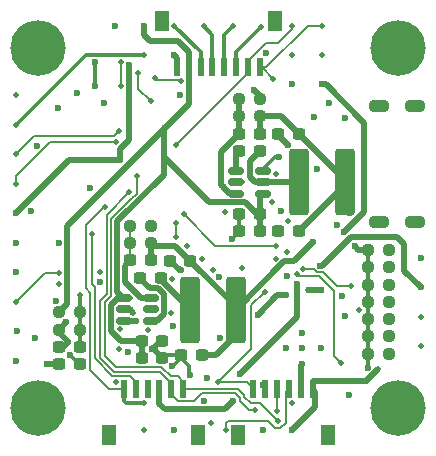
<source format=gbr>
%TF.GenerationSoftware,KiCad,Pcbnew,9.0.4*%
%TF.CreationDate,2025-11-28T22:46:11-05:00*%
%TF.ProjectId,STM32H743VIT6 FC,53544d33-3248-4373-9433-564954362046,rev?*%
%TF.SameCoordinates,Original*%
%TF.FileFunction,Copper,L4,Bot*%
%TF.FilePolarity,Positive*%
%FSLAX46Y46*%
G04 Gerber Fmt 4.6, Leading zero omitted, Abs format (unit mm)*
G04 Created by KiCad (PCBNEW 9.0.4) date 2025-11-28 22:46:11*
%MOMM*%
%LPD*%
G01*
G04 APERTURE LIST*
G04 Aperture macros list*
%AMRoundRect*
0 Rectangle with rounded corners*
0 $1 Rounding radius*
0 $2 $3 $4 $5 $6 $7 $8 $9 X,Y pos of 4 corners*
0 Add a 4 corners polygon primitive as box body*
4,1,4,$2,$3,$4,$5,$6,$7,$8,$9,$2,$3,0*
0 Add four circle primitives for the rounded corners*
1,1,$1+$1,$2,$3*
1,1,$1+$1,$4,$5*
1,1,$1+$1,$6,$7*
1,1,$1+$1,$8,$9*
0 Add four rect primitives between the rounded corners*
20,1,$1+$1,$2,$3,$4,$5,0*
20,1,$1+$1,$4,$5,$6,$7,0*
20,1,$1+$1,$6,$7,$8,$9,0*
20,1,$1+$1,$8,$9,$2,$3,0*%
G04 Aperture macros list end*
%TA.AperFunction,ComponentPad*%
%ADD10C,4.700000*%
%TD*%
%TA.AperFunction,HeatsinkPad*%
%ADD11C,0.500000*%
%TD*%
%TA.AperFunction,HeatsinkPad*%
%ADD12R,1.600000X0.500000*%
%TD*%
%TA.AperFunction,ComponentPad*%
%ADD13O,1.800000X1.100000*%
%TD*%
%TA.AperFunction,SMDPad,CuDef*%
%ADD14RoundRect,0.237500X0.250000X0.237500X-0.250000X0.237500X-0.250000X-0.237500X0.250000X-0.237500X0*%
%TD*%
%TA.AperFunction,SMDPad,CuDef*%
%ADD15RoundRect,0.237500X-0.300000X-0.237500X0.300000X-0.237500X0.300000X0.237500X-0.300000X0.237500X0*%
%TD*%
%TA.AperFunction,SMDPad,CuDef*%
%ADD16R,0.600000X1.550000*%
%TD*%
%TA.AperFunction,SMDPad,CuDef*%
%ADD17R,1.200000X1.800000*%
%TD*%
%TA.AperFunction,SMDPad,CuDef*%
%ADD18RoundRect,0.237500X0.300000X0.237500X-0.300000X0.237500X-0.300000X-0.237500X0.300000X-0.237500X0*%
%TD*%
%TA.AperFunction,SMDPad,CuDef*%
%ADD19RoundRect,0.150000X0.512500X0.150000X-0.512500X0.150000X-0.512500X-0.150000X0.512500X-0.150000X0*%
%TD*%
%TA.AperFunction,SMDPad,CuDef*%
%ADD20RoundRect,0.150000X-0.512500X-0.150000X0.512500X-0.150000X0.512500X0.150000X-0.512500X0.150000X0*%
%TD*%
%TA.AperFunction,SMDPad,CuDef*%
%ADD21RoundRect,0.250000X-0.600000X-2.550000X0.600000X-2.550000X0.600000X2.550000X-0.600000X2.550000X0*%
%TD*%
%TA.AperFunction,SMDPad,CuDef*%
%ADD22RoundRect,0.237500X-0.250000X-0.237500X0.250000X-0.237500X0.250000X0.237500X-0.250000X0.237500X0*%
%TD*%
%TA.AperFunction,ViaPad*%
%ADD23C,0.600000*%
%TD*%
%TA.AperFunction,ViaPad*%
%ADD24C,0.500000*%
%TD*%
%TA.AperFunction,Conductor*%
%ADD25C,0.300000*%
%TD*%
%TA.AperFunction,Conductor*%
%ADD26C,0.500000*%
%TD*%
%TA.AperFunction,Conductor*%
%ADD27C,0.200000*%
%TD*%
G04 APERTURE END LIST*
D10*
%TO.P,H1,*%
%TO.N,*%
X150500000Y-105000000D03*
%TD*%
D11*
%TO.P,U_3V1,7,EP*%
%TO.N,GND*%
X173374200Y-125525300D03*
D12*
X173924200Y-125525300D03*
D11*
X174474200Y-125525300D03*
%TD*%
D10*
%TO.P,H3,*%
%TO.N,*%
X150500000Y-135500000D03*
%TD*%
D13*
%TO.P,J1,SH1,SHELL_GND*%
%TO.N,GND*%
X182372000Y-119753800D03*
%TO.P,J1,SH2,SHELL_GND*%
X182372000Y-109963800D03*
%TO.P,J1,SH3,SHELL_GND*%
X179372000Y-119753800D03*
%TO.P,J1,SH4,SHELL_GND*%
X179372000Y-109963800D03*
%TD*%
D10*
%TO.P,,*%
%TO.N,*%
X181000000Y-135500000D03*
%TD*%
%TO.P,H2,*%
%TO.N,*%
X181000000Y-105000000D03*
%TD*%
%TO.P,H4,*%
%TO.N,*%
X181000000Y-135500000D03*
%TD*%
D14*
%TO.P,ADC_R2,1*%
%TO.N,ADC_VBAT*%
X154075000Y-128869600D03*
%TO.P,ADC_R2,2*%
%TO.N,GND*%
X152250000Y-128869600D03*
%TD*%
D15*
%TO.P,5V_C8,1*%
%TO.N,BAT*%
X159284500Y-129794000D03*
%TO.P,5V_C8,2*%
%TO.N,GND*%
X161009500Y-129794000D03*
%TD*%
D16*
%TO.P,VTX_J1,1,Pin_1*%
%TO.N,9V_REG*%
X173730000Y-133865000D03*
%TO.P,VTX_J1,2,Pin_2*%
%TO.N,GND*%
X172730000Y-133865000D03*
%TO.P,VTX_J1,3,Pin_3*%
%TO.N,UART3_TX*%
X171730000Y-133865000D03*
%TO.P,VTX_J1,4,Pin_4*%
%TO.N,UART3_RX*%
X170730000Y-133865000D03*
%TO.P,VTX_J1,5,Pin_5*%
%TO.N,GND*%
X169730000Y-133865000D03*
%TO.P,VTX_J1,6,Pin_6*%
%TO.N,UART5_RX*%
X168730000Y-133865000D03*
D17*
%TO.P,VTX_J1,7*%
%TO.N,N/C*%
X175030000Y-137740000D03*
%TO.P,VTX_J1,8*%
X167430000Y-137740000D03*
%TD*%
D18*
%TO.P,9V_C11,1*%
%TO.N,9V_REG*%
X172569150Y-120528900D03*
%TO.P,9V_C11,2*%
%TO.N,GND*%
X170844150Y-120528900D03*
%TD*%
D19*
%TO.P,U3,1,GND*%
%TO.N,GND*%
X169534150Y-115448900D03*
%TO.P,U3,2,SW*%
%TO.N,Net-(U3-SW)*%
X169534150Y-116398900D03*
%TO.P,U3,3,VIN*%
%TO.N,BAT*%
X169534150Y-117348900D03*
%TO.P,U3,4,FB*%
%TO.N,Net-(U3-FB)*%
X167259150Y-117348900D03*
%TO.P,U3,5,EN*%
%TO.N,unconnected-(U3-EN-Pad5)*%
X167259150Y-116398900D03*
%TO.P,U3,6,BOOT*%
%TO.N,Net-(U3-BOOT)*%
X167259150Y-115448900D03*
%TD*%
D18*
%TO.P,9V_C8,1*%
%TO.N,BAT*%
X169259150Y-119065700D03*
%TO.P,9V_C8,2*%
%TO.N,GND*%
X167534150Y-119065700D03*
%TD*%
D14*
%TO.P,USB_R0,1*%
%TO.N,Net-(USB_D1-K)*%
X180236500Y-123585200D03*
%TO.P,USB_R0,2*%
%TO.N,GND*%
X178411500Y-123585200D03*
%TD*%
%TO.P,9V_R0,1*%
%TO.N,Net-(9V_D1-K)*%
X180236500Y-126505200D03*
%TO.P,9V_R0,2*%
%TO.N,GND*%
X178411500Y-126505200D03*
%TD*%
D20*
%TO.P,U1,1,GND*%
%TO.N,GND*%
X157775000Y-128100000D03*
%TO.P,U1,2,SW*%
%TO.N,Net-(U1-SW)*%
X157775000Y-127150000D03*
%TO.P,U1,3,VIN*%
%TO.N,BAT*%
X157775000Y-126200000D03*
%TO.P,U1,4,FB*%
%TO.N,Net-(U1-FB)*%
X160050000Y-126200000D03*
%TO.P,U1,5,EN*%
%TO.N,unconnected-(U1-EN-Pad5)*%
X160050000Y-127150000D03*
%TO.P,U1,6,BOOT*%
%TO.N,Net-(U1-BOOT)*%
X160050000Y-128100000D03*
%TD*%
D18*
%TO.P,5V_C12,1*%
%TO.N,5V_REG*%
X160037500Y-123001800D03*
%TO.P,5V_C12,2*%
%TO.N,Net-(U1-FB)*%
X158312500Y-123001800D03*
%TD*%
D15*
%TO.P,5V_C7,1*%
%TO.N,BAT*%
X159284500Y-131267200D03*
%TO.P,5V_C7,2*%
%TO.N,GND*%
X161009500Y-131267200D03*
%TD*%
D18*
%TO.P,5V_C10,1*%
%TO.N,5V_REG*%
X163381350Y-123009800D03*
%TO.P,5V_C10,2*%
%TO.N,GND*%
X161656350Y-123009800D03*
%TD*%
%TO.P,9V_C7,1*%
%TO.N,BAT*%
X169259150Y-120538900D03*
%TO.P,9V_C7,2*%
%TO.N,GND*%
X167534150Y-120538900D03*
%TD*%
D15*
%TO.P,5V_C9,1*%
%TO.N,Net-(U1-BOOT)*%
X159162500Y-124475000D03*
%TO.P,5V_C9,2*%
%TO.N,Net-(U1-SW)*%
X160887500Y-124475000D03*
%TD*%
D18*
%TO.P,ADC_C1,1*%
%TO.N,ADC_VBAT*%
X154025000Y-130342800D03*
%TO.P,ADC_C1,2*%
%TO.N,GND*%
X152300000Y-130342800D03*
%TD*%
D14*
%TO.P,3.3V_R2,1*%
%TO.N,Net-(MCU_D2-K)*%
X180236500Y-129425200D03*
%TO.P,3.3V_R2,2*%
%TO.N,GND*%
X178411500Y-129425200D03*
%TD*%
%TO.P,5V_R7,1*%
%TO.N,5V_REG*%
X160087500Y-121528600D03*
%TO.P,5V_R7,2*%
%TO.N,Net-(U1-FB)*%
X158262500Y-121528600D03*
%TD*%
D21*
%TO.P,5V_L1,1,1*%
%TO.N,Net-(U1-SW)*%
X163327300Y-127161200D03*
%TO.P,5V_L1,2,2*%
%TO.N,5V_REG*%
X167227300Y-127161200D03*
%TD*%
D18*
%TO.P,9V_C12,1*%
%TO.N,9V_REG*%
X169269150Y-112255700D03*
%TO.P,9V_C12,2*%
%TO.N,Net-(U3-FB)*%
X167544150Y-112255700D03*
%TD*%
D15*
%TO.P,9V_C9,1*%
%TO.N,Net-(U3-BOOT)*%
X167544150Y-113728900D03*
%TO.P,9V_C9,2*%
%TO.N,Net-(U3-SW)*%
X169269150Y-113728900D03*
%TD*%
D22*
%TO.P,5V_R8,1*%
%TO.N,Net-(U1-FB)*%
X158262500Y-120055400D03*
%TO.P,5V_R8,2*%
%TO.N,GND*%
X160087500Y-120055400D03*
%TD*%
D14*
%TO.P,9V_R7,1*%
%TO.N,9V_REG*%
X169319150Y-110782500D03*
%TO.P,9V_R7,2*%
%TO.N,Net-(U3-FB)*%
X167494150Y-110782500D03*
%TD*%
%TO.P,3.3V_R1,1*%
%TO.N,Net-(MCU_D1-K)*%
X180236500Y-130885200D03*
%TO.P,3.3V_R1,2*%
%TO.N,GND*%
X178411500Y-130885200D03*
%TD*%
%TO.P,3.3V_R3,1*%
%TO.N,Net-(MCU_D3-K)*%
X180236500Y-127965200D03*
%TO.P,3.3V_R3,2*%
%TO.N,GND*%
X178411500Y-127965200D03*
%TD*%
D22*
%TO.P,9V_R8,1*%
%TO.N,Net-(U3-FB)*%
X167494150Y-109309300D03*
%TO.P,9V_R8,2*%
%TO.N,GND*%
X169319150Y-109309300D03*
%TD*%
D14*
%TO.P,3V3_R0,1*%
%TO.N,Net-(3V3_D1-K)*%
X180236500Y-122125200D03*
%TO.P,3V3_R0,2*%
%TO.N,GND*%
X178411500Y-122125200D03*
%TD*%
D18*
%TO.P,MCU_C2,1*%
%TO.N,3.3V*%
X154025000Y-131800000D03*
%TO.P,MCU_C2,2*%
%TO.N,GND*%
X152300000Y-131800000D03*
%TD*%
%TO.P,5V_C11,1*%
%TO.N,5V_REG*%
X164337500Y-130975000D03*
%TO.P,5V_C11,2*%
%TO.N,GND*%
X162612500Y-130975000D03*
%TD*%
D22*
%TO.P,ADC_R1,1*%
%TO.N,BAT*%
X152250000Y-127396400D03*
%TO.P,ADC_R1,2*%
%TO.N,ADC_VBAT*%
X154075000Y-127396400D03*
%TD*%
D18*
%TO.P,9V_C10,1*%
%TO.N,9V_REG*%
X172569150Y-112258900D03*
%TO.P,9V_C10,2*%
%TO.N,GND*%
X170844150Y-112258900D03*
%TD*%
D14*
%TO.P,5V_R0,1*%
%TO.N,Net-(5V_D1-K)*%
X180236500Y-125045200D03*
%TO.P,5V_R0,2*%
%TO.N,GND*%
X178411500Y-125045200D03*
%TD*%
D16*
%TO.P,ESC_J1,1,Pin_1*%
%TO.N,GND*%
X162250000Y-106631200D03*
%TO.P,ESC_J1,2,Pin_2*%
%TO.N,BAT*%
X163250000Y-106631200D03*
%TO.P,ESC_J1,3,Pin_3*%
%TO.N,MOTOR1*%
X164250000Y-106631200D03*
%TO.P,ESC_J1,4,Pin_4*%
%TO.N,MOTOR2*%
X165250000Y-106631200D03*
%TO.P,ESC_J1,5,Pin_5*%
%TO.N,MOTOR3*%
X166250000Y-106631200D03*
%TO.P,ESC_J1,6,Pin_6*%
%TO.N,MOTOR4*%
X167250000Y-106631200D03*
%TO.P,ESC_J1,7,Pin_7*%
%TO.N,ADC_CURR*%
X168250000Y-106631200D03*
%TO.P,ESC_J1,8,Pin_8*%
%TO.N,UART7_RX*%
X169250000Y-106631200D03*
D17*
%TO.P,ESC_J1,9*%
%TO.N,N/C*%
X160950000Y-102755200D03*
%TO.P,ESC_J1,10*%
X170550000Y-102755200D03*
%TD*%
D16*
%TO.P,GPS_J1,1,Pin_1*%
%TO.N,I2C1_SDA*%
X162770000Y-133865000D03*
%TO.P,GPS_J1,2,Pin_2*%
%TO.N,I2C1_SCL*%
X161770000Y-133865000D03*
%TO.P,GPS_J1,3,Pin_3*%
%TO.N,5V*%
X160770000Y-133865000D03*
%TO.P,GPS_J1,4,Pin_4*%
%TO.N,GND*%
X159770000Y-133865000D03*
%TO.P,GPS_J1,5,Pin_5*%
%TO.N,UART8_TX*%
X158770000Y-133865000D03*
%TO.P,GPS_J1,6,Pin_6*%
%TO.N,UART8_RX*%
X157770000Y-133865000D03*
D17*
%TO.P,GPS_J1,7*%
%TO.N,N/C*%
X164070000Y-137740000D03*
%TO.P,GPS_J1,8*%
X156470000Y-137740000D03*
%TD*%
D21*
%TO.P,9V_L1,1,1*%
%TO.N,Net-(U3-SW)*%
X172546650Y-116398900D03*
%TO.P,9V_L1,2,2*%
%TO.N,9V_REG*%
X176446650Y-116398900D03*
%TD*%
D23*
%TO.N,GND*%
X150400000Y-113300000D03*
D24*
%TO.N,UART3_TX*%
X170599199Y-122867419D03*
X166369998Y-137380000D03*
%TO.N,UART5_RX*%
X165750000Y-133300000D03*
X159500000Y-137380000D03*
X169710000Y-125650000D03*
%TO.N,UART3_RX*%
X171589109Y-122270891D03*
X170730000Y-135750421D03*
X165119111Y-136740498D03*
%TO.N,GYRO_CLKIN*%
X161783500Y-127485000D03*
X166319200Y-118922800D03*
%TO.N,GYRO_INT1*%
X157059998Y-133282000D03*
X167800000Y-123661795D03*
%TO.N,GYRO_CS*%
X152286000Y-124970000D03*
X157460000Y-128810000D03*
%TO.N,GYRO_SCK*%
X155751000Y-124020000D03*
X157363687Y-130488928D03*
%TO.N,SPI2_NSS*%
X162830000Y-119065800D03*
X176150000Y-131680000D03*
X170636566Y-121750000D03*
X172385897Y-124145016D03*
%TO.N,Net-(USB_D1-K)*%
X180214200Y-123585200D03*
%TO.N,UART2_TX*%
X174500000Y-105620000D03*
%TO.N,UART2_RX*%
X158963053Y-107100000D03*
X160040000Y-109530000D03*
X172000000Y-105620000D03*
%TO.N,UART1_RX*%
X170653905Y-115663856D03*
X182880000Y-127770000D03*
%TO.N,UART1_TX*%
X182880000Y-130270000D03*
X170270359Y-118085701D03*
%TO.N,LED_STRIP*%
X148620000Y-126520000D03*
X152240000Y-124099999D03*
%TO.N,BEEPER*%
X162572506Y-107815583D03*
X148620000Y-109020000D03*
X160403990Y-107598252D03*
%TO.N,LED2*%
X171625000Y-119700000D03*
X177685288Y-127187946D03*
%TO.N,LED1*%
X177000000Y-125175000D03*
X172962748Y-123731076D03*
%TO.N,UART8_TX*%
X158779001Y-133636903D03*
X155040444Y-120729474D03*
%TO.N,UART8_RX*%
X156200000Y-118500000D03*
X159500000Y-135100000D03*
%TO.N,MOTOR2*%
X163121000Y-121793000D03*
X164500000Y-103124000D03*
%TO.N,MOTOR1*%
X162010002Y-103124000D03*
X161835000Y-124567497D03*
%TO.N,UART7_RX*%
X170400000Y-107602000D03*
X174500000Y-103124000D03*
X159840000Y-128860000D03*
%TO.N,ADC_CURR*%
X162153600Y-113202600D03*
X162153600Y-119837200D03*
X162164625Y-121016625D03*
X172000000Y-103124000D03*
%TO.N,MOTOR4*%
X165275625Y-123825625D03*
X169362000Y-103262000D03*
%TO.N,MOTOR3*%
X164388800Y-122859800D03*
X167000000Y-103124000D03*
%TO.N,I2C1_SCL*%
X168826260Y-135690000D03*
X158231394Y-117231394D03*
%TO.N,I2C1_SDA*%
X172009769Y-135100002D03*
X158851000Y-115850000D03*
X170768208Y-136621011D03*
%TO.N,CAM*%
X148620000Y-111520000D03*
X159500000Y-105620000D03*
%TO.N,UART4_TX*%
X148620000Y-114020000D03*
X157325000Y-112014746D03*
%TO.N,UART4_RX*%
X157081282Y-112977937D03*
X148620000Y-116520000D03*
%TO.N,ADC_VBAT*%
X154075306Y-125940225D03*
%TO.N,Net-(9V_D1-K)*%
X180214200Y-126505200D03*
D23*
%TO.N,9V_REG*%
X172000000Y-137380000D03*
D24*
%TO.N,Net-(5V_D1-K)*%
X180214200Y-125045200D03*
D23*
%TO.N,5V_REG*%
X148685000Y-128955000D03*
X160087500Y-121528600D03*
X148620000Y-119020000D03*
X173775000Y-121425000D03*
X158216600Y-106490000D03*
X157400000Y-114500000D03*
D24*
%TO.N,Net-(U1-SW)*%
X158563754Y-127461292D03*
X160887500Y-124475000D03*
D23*
%TO.N,BAT*%
X159500000Y-103124000D03*
D24*
%TO.N,Net-(3V3_D1-K)*%
X180214200Y-122125200D03*
D23*
%TO.N,3.3V*%
X171450000Y-125962500D03*
X176377207Y-120622793D03*
X153162501Y-130993927D03*
X174508800Y-108102400D03*
X169075000Y-127600000D03*
X148620000Y-131520000D03*
%TO.N,5V*%
X182880000Y-125270000D03*
X167000000Y-134876800D03*
X172450000Y-124960000D03*
X167600000Y-132650000D03*
X174381813Y-123435560D03*
D24*
%TO.N,Net-(MCU_D3-K)*%
X180214200Y-127965200D03*
%TO.N,Net-(MCU_D2-K)*%
X180214200Y-129425200D03*
%TO.N,Net-(MCU_D1-K)*%
X180214200Y-130885200D03*
D23*
%TO.N,GND*%
X160172400Y-130530600D03*
X170844150Y-120528900D03*
X150270000Y-129530000D03*
X162000000Y-105620000D03*
X176816000Y-134366000D03*
X161837755Y-131947902D03*
X155750000Y-124850000D03*
X162000000Y-137380000D03*
X172855800Y-130378200D03*
X164500000Y-134876800D03*
X175120000Y-109650000D03*
X174410000Y-130378200D03*
X177300000Y-121800000D03*
X162560000Y-123825000D03*
X171625000Y-113200000D03*
X164780000Y-132950000D03*
X176250000Y-126000000D03*
X158102500Y-130782660D03*
X154900000Y-116900000D03*
X173830000Y-110850000D03*
X171460000Y-130378200D03*
X175768000Y-120015000D03*
X152041230Y-126461400D03*
X176450506Y-127683808D03*
X151290000Y-131810000D03*
X172855800Y-131770000D03*
X152235000Y-121485000D03*
X169500000Y-137380000D03*
X159800000Y-133600000D03*
X152200000Y-110061130D03*
X153061862Y-129876573D03*
X152896372Y-128207929D03*
X165917300Y-129576601D03*
X161925600Y-128540000D03*
X178409600Y-132080000D03*
X169754169Y-105443991D03*
X158822688Y-128122395D03*
X160087500Y-120055400D03*
X157000000Y-103124000D03*
X176500000Y-110940000D03*
X168760000Y-108530000D03*
X170927107Y-114252107D03*
X166879200Y-121175000D03*
X149890000Y-118850000D03*
X163370666Y-132741860D03*
X171080000Y-118820000D03*
X153820000Y-108835000D03*
X172855800Y-129130000D03*
X171577000Y-124283300D03*
X169500000Y-133550000D03*
X148620000Y-124020000D03*
X148620000Y-121520000D03*
X172008800Y-108102400D03*
X182880000Y-122770000D03*
X162540000Y-108960000D03*
X165800000Y-124400000D03*
%TO.N,3.3V*%
X155330000Y-106240000D03*
X155330000Y-108220000D03*
D24*
%TO.N,BOOT0*%
X157480000Y-106240000D03*
X157480000Y-108200000D03*
D23*
%TO.N,GND*%
X174130000Y-115270000D03*
X156115001Y-109684149D03*
%TO.N,9V_REG*%
X178260000Y-133240000D03*
X176904571Y-118995429D03*
%TD*%
D25*
%TO.N,GND*%
X159770000Y-133696800D02*
X159770000Y-133865000D01*
X159800000Y-133600000D02*
X159800000Y-133666800D01*
X159800000Y-133666800D02*
X159770000Y-133696800D01*
%TO.N,MOTOR4*%
X169362000Y-103262000D02*
X167250000Y-105374000D01*
X167250000Y-105374000D02*
X167250000Y-106631200D01*
%TO.N,GND*%
X178386300Y-122100000D02*
X178411500Y-122125200D01*
D26*
X177300000Y-121800000D02*
X177600000Y-122100000D01*
X177600000Y-122100000D02*
X178386300Y-122100000D01*
%TO.N,5V*%
X174381813Y-123435560D02*
X174564440Y-123435560D01*
X174564440Y-123435560D02*
X176666207Y-121333793D01*
X176671713Y-121333793D02*
X177005506Y-121000000D01*
X176666207Y-121333793D02*
X176671713Y-121333793D01*
X177005506Y-121000000D02*
X180910000Y-121000000D01*
X180910000Y-121000000D02*
X181500000Y-121590000D01*
X181500000Y-121590000D02*
X181500000Y-123890000D01*
X181500000Y-123890000D02*
X182880000Y-125270000D01*
%TO.N,3.3V*%
X178108000Y-111364294D02*
X174846106Y-108102400D01*
X176377207Y-120622793D02*
X178108000Y-118892000D01*
X178108000Y-118892000D02*
X178108000Y-111364294D01*
X174846106Y-108102400D02*
X174508800Y-108102400D01*
D27*
%TO.N,UART8_RX*%
X156200000Y-118500000D02*
X156045000Y-118500000D01*
X154525000Y-120020000D02*
X154525000Y-125375000D01*
X154525000Y-125375000D02*
X154873500Y-125723500D01*
X156502224Y-133900000D02*
X157735000Y-133900000D01*
X154873500Y-132271276D02*
X156502224Y-133900000D01*
X156045000Y-118500000D02*
X154525000Y-120020000D01*
X157735000Y-133900000D02*
X157770000Y-133865000D01*
X154873500Y-125723500D02*
X154873500Y-132271276D01*
%TO.N,UART4_RX*%
X157081282Y-112977937D02*
X157049219Y-113010000D01*
X157049219Y-113010000D02*
X151490000Y-113010000D01*
X151490000Y-113010000D02*
X148620000Y-115880000D01*
X148620000Y-115880000D02*
X148620000Y-116520000D01*
%TO.N,UART4_TX*%
X156889746Y-112450000D02*
X150190000Y-112450000D01*
X157325000Y-112014746D02*
X156889746Y-112450000D01*
X150190000Y-112450000D02*
X148620000Y-114020000D01*
D26*
%TO.N,BAT*%
X152250000Y-127396400D02*
X152946000Y-126700400D01*
X152946000Y-126700400D02*
X152946000Y-120054000D01*
X161477500Y-111522500D02*
X161477500Y-111502500D01*
X152946000Y-120054000D02*
X161477500Y-111522500D01*
%TO.N,5V_REG*%
X157400000Y-114500000D02*
X153140000Y-114500000D01*
X153140000Y-114500000D02*
X148620000Y-119020000D01*
X157400000Y-113592600D02*
X158190000Y-112802600D01*
X157400000Y-114500000D02*
X157400000Y-113592600D01*
X158190000Y-112802600D02*
X158190000Y-106516600D01*
X158190000Y-106516600D02*
X158216600Y-106490000D01*
%TO.N,Net-(U3-SW)*%
X169267700Y-113730100D02*
X168400000Y-114597800D01*
X168880201Y-116397100D02*
X169542700Y-116397100D01*
X168400000Y-114597800D02*
X168400000Y-115916899D01*
X168400000Y-115916899D02*
X168880201Y-116397100D01*
%TO.N,Net-(U3-FB)*%
X167259150Y-117348900D02*
X166749120Y-117348900D01*
X166749120Y-117348900D02*
X166189025Y-116788805D01*
X166194200Y-116783630D02*
X166000000Y-116589430D01*
X167492700Y-112206900D02*
X167492700Y-109310500D01*
X166000000Y-116589430D02*
X166000000Y-113799600D01*
X166000000Y-113799600D02*
X167542700Y-112256900D01*
X167542700Y-112256900D02*
X167492700Y-112206900D01*
%TO.N,GND*%
X172730000Y-133865000D02*
X172730000Y-131895800D01*
X172730000Y-131895800D02*
X172855800Y-131770000D01*
%TO.N,5V*%
X172450000Y-124960000D02*
X172430000Y-124980000D01*
X172430000Y-127820000D02*
X167600000Y-132650000D01*
X172430000Y-124980000D02*
X172430000Y-127820000D01*
D27*
%TO.N,SPI2_NSS*%
X175782400Y-131312400D02*
X175780000Y-131312400D01*
X175525000Y-125603626D02*
X174278934Y-124357560D01*
X176150000Y-131680000D02*
X175782400Y-131312400D01*
X175780000Y-131312400D02*
X175525000Y-131057400D01*
X173945648Y-124303300D02*
X172544181Y-124303300D01*
X175525000Y-131057400D02*
X175525000Y-125603626D01*
X174278934Y-124357560D02*
X173999907Y-124357560D01*
X173999907Y-124357560D02*
X173945648Y-124303300D01*
X172544181Y-124303300D02*
X172385897Y-124145016D01*
%TO.N,LED1*%
X177000000Y-125175000D02*
X175800000Y-125175000D01*
X175800000Y-125175000D02*
X174617873Y-123992873D01*
X174617873Y-123992873D02*
X174614187Y-123996560D01*
X174614187Y-123996560D02*
X174149439Y-123996560D01*
X174149439Y-123996560D02*
X173883955Y-123731076D01*
X173883955Y-123731076D02*
X172962748Y-123731076D01*
D25*
%TO.N,GND*%
X169500000Y-133550000D02*
X169500000Y-133697620D01*
X169500000Y-133697620D02*
X169667380Y-133865000D01*
X169667380Y-133865000D02*
X169730000Y-133865000D01*
D26*
%TO.N,5V_REG*%
X173775000Y-121425000D02*
X173775000Y-121465000D01*
X173775000Y-121465000D02*
X172190000Y-123050000D01*
X172190000Y-123050000D02*
X171350000Y-123050000D01*
X171350000Y-123050000D02*
X167238800Y-127161200D01*
X167238800Y-127161200D02*
X167227300Y-127161200D01*
D27*
%TO.N,BOOT0*%
X157480000Y-106240000D02*
X157480000Y-108200000D01*
D25*
%TO.N,3.3V*%
X155330000Y-108220000D02*
X155330000Y-106240000D01*
%TO.N,GND*%
X163370666Y-132741860D02*
X163285402Y-132656596D01*
D26*
X162471550Y-123825000D02*
X161656350Y-123009800D01*
D25*
X178411500Y-132078100D02*
X178409600Y-132080000D01*
D26*
X169319150Y-109309300D02*
X169319150Y-109089150D01*
D25*
X167316350Y-120737850D02*
X167335200Y-120737850D01*
D26*
X162250000Y-105870000D02*
X162000000Y-105620000D01*
D25*
X163285402Y-132656596D02*
X163285402Y-131947902D01*
X167534150Y-120538900D02*
X167534150Y-119065700D01*
X178411500Y-122125200D02*
X178411500Y-123585200D01*
D26*
X160272900Y-130530600D02*
X161009500Y-131267200D01*
X169319150Y-109089150D02*
X168760000Y-108530000D01*
X161009500Y-129794000D02*
X160909000Y-129794000D01*
D25*
X178411500Y-125045200D02*
X178411500Y-126505200D01*
D26*
X151300000Y-131800000D02*
X151290000Y-131810000D01*
D25*
X161301700Y-130975000D02*
X161009500Y-131267200D01*
D26*
X152300000Y-131800000D02*
X151300000Y-131800000D01*
X152250000Y-128869600D02*
X152250000Y-128854301D01*
D25*
X178411500Y-126505200D02*
X178411500Y-127965200D01*
D26*
X152595635Y-130342800D02*
X153061862Y-129876573D01*
D25*
X161837755Y-131947902D02*
X161939598Y-131947902D01*
X162612500Y-131275000D02*
X162612500Y-130975000D01*
X170572893Y-114252107D02*
X169534150Y-115290850D01*
D26*
X157797395Y-128122395D02*
X158822688Y-128122395D01*
X170844150Y-112258900D02*
X170844150Y-112419150D01*
D25*
X167335200Y-120737850D02*
X167534150Y-120538900D01*
D26*
X152300000Y-130342800D02*
X152595635Y-130342800D01*
X152250000Y-129064711D02*
X153061862Y-129876573D01*
D25*
X178411500Y-129425200D02*
X178411500Y-130885200D01*
X162612500Y-130975000D02*
X161301700Y-130975000D01*
X169534150Y-115290850D02*
X169534150Y-115448900D01*
X170927107Y-114252107D02*
X170572893Y-114252107D01*
X178411500Y-127965200D02*
X178411500Y-129425200D01*
X163285402Y-131947902D02*
X162612500Y-131275000D01*
D26*
X162250000Y-106631200D02*
X162250000Y-105870000D01*
X152250000Y-128854301D02*
X152896372Y-128207929D01*
D25*
X161939598Y-131947902D02*
X162612500Y-131275000D01*
D26*
X160909000Y-129794000D02*
X160172400Y-130530600D01*
D25*
X178411500Y-123585200D02*
X178411500Y-125045200D01*
D26*
X170844150Y-112419150D02*
X171625000Y-113200000D01*
X160172400Y-130530600D02*
X160272900Y-130530600D01*
X152250000Y-128869600D02*
X152250000Y-129064711D01*
D25*
X178411500Y-130885200D02*
X178411500Y-132078100D01*
D26*
X157775000Y-128100000D02*
X157797395Y-128122395D01*
D25*
X166879200Y-121175000D02*
X167316350Y-120737850D01*
D26*
X162560000Y-123825000D02*
X162471550Y-123825000D01*
D25*
X172840000Y-133479998D02*
X172730000Y-133589998D01*
D26*
%TO.N,5V*%
X160770000Y-135140000D02*
X161217800Y-135587800D01*
X161217800Y-135587800D02*
X166289000Y-135587800D01*
X166289000Y-135587800D02*
X167000000Y-134876800D01*
X160770000Y-133865000D02*
X160770000Y-135140000D01*
D25*
%TO.N,3.3V*%
X153162501Y-130993927D02*
X153968573Y-131800000D01*
X153968573Y-131800000D02*
X154025000Y-131800000D01*
D26*
X171450000Y-125962500D02*
X170712500Y-125962500D01*
X170712500Y-125962500D02*
X169075000Y-127600000D01*
%TO.N,BAT*%
X159500000Y-103124000D02*
X159500000Y-103924000D01*
X157509204Y-129794000D02*
X156701500Y-128986296D01*
X159269752Y-129813078D02*
X159269752Y-131286278D01*
X159500000Y-103924000D02*
X159986000Y-104410000D01*
X164978400Y-118090000D02*
X168019648Y-118090000D01*
X157211000Y-119695702D02*
X161131702Y-115775000D01*
X162303800Y-104410000D02*
X163250000Y-105356200D01*
X168019648Y-118090000D02*
X169259150Y-119329502D01*
X161131702Y-115775000D02*
X161163000Y-115775000D01*
X169267700Y-120537300D02*
X169267700Y-117622100D01*
X163250000Y-109730000D02*
X163250000Y-106631200D01*
X169267700Y-117622100D02*
X169542700Y-117347100D01*
X157775000Y-126200000D02*
X157211000Y-125636000D01*
X157775000Y-126200000D02*
X158285030Y-126200000D01*
X159284500Y-129794000D02*
X157509204Y-129794000D01*
X161163000Y-115775000D02*
X161163000Y-111817000D01*
X161477500Y-111502500D02*
X163250000Y-109730000D01*
X157264970Y-126200000D02*
X157775000Y-126200000D01*
X156701500Y-128986296D02*
X156701500Y-126763470D01*
X161163000Y-115775000D02*
X161163000Y-114274600D01*
X161163000Y-114274600D02*
X164978400Y-118090000D01*
X156701500Y-126763470D02*
X157264970Y-126200000D01*
X159986000Y-104410000D02*
X162303800Y-104410000D01*
X169259150Y-119329502D02*
X169259150Y-120538900D01*
X163250000Y-105356200D02*
X163250000Y-106631200D01*
X157211000Y-125636000D02*
X157211000Y-119695702D01*
X161163000Y-111817000D02*
X161477500Y-111502500D01*
%TO.N,Net-(U1-BOOT)*%
X160050000Y-128100000D02*
X160560030Y-128100000D01*
X160671030Y-125361000D02*
X159986000Y-125361000D01*
X160560030Y-128100000D02*
X161123500Y-127536530D01*
X159986000Y-125361000D02*
X159162500Y-124537500D01*
X161123500Y-125813470D02*
X160671030Y-125361000D01*
X161123500Y-127536530D02*
X161123500Y-125813470D01*
X159162500Y-124537500D02*
X159162500Y-124475000D01*
D25*
%TO.N,Net-(U1-SW)*%
X163046966Y-129403034D02*
X163033999Y-129403034D01*
D26*
X160887500Y-124475000D02*
X160887500Y-124642674D01*
X157775000Y-127150000D02*
X158252462Y-127150000D01*
X158252462Y-127150000D02*
X158563754Y-127461292D01*
X163327300Y-127082474D02*
X163327300Y-127161200D01*
X160887500Y-124642674D02*
X163327300Y-127082474D01*
%TO.N,5V_REG*%
X164337500Y-130975000D02*
X165575000Y-130975000D01*
X165575000Y-130975000D02*
X167227300Y-129322700D01*
X167227300Y-127161200D02*
X167227300Y-126855750D01*
X167227300Y-126855750D02*
X163381350Y-123009800D01*
D27*
X160037500Y-121578600D02*
X160087500Y-121528600D01*
D26*
X167227300Y-129322700D02*
X167227300Y-127161200D01*
X163381350Y-123009800D02*
X162121550Y-121750000D01*
X160308900Y-121750000D02*
X160087500Y-121528600D01*
X162121550Y-121750000D02*
X160308900Y-121750000D01*
X160037500Y-123001800D02*
X160037500Y-121578600D01*
%TO.N,Net-(U1-FB)*%
X157872000Y-123442300D02*
X158312500Y-123001800D01*
D27*
X158312500Y-121578600D02*
X158262500Y-121528600D01*
X158262500Y-120055400D02*
X158262500Y-121528600D01*
D26*
X159235030Y-126200000D02*
X157872000Y-124836970D01*
D27*
X158312500Y-123001800D02*
X158312500Y-121578600D01*
D26*
X160050000Y-126200000D02*
X159235030Y-126200000D01*
X157872000Y-124836970D02*
X157872000Y-123442300D01*
%TO.N,Net-(U3-BOOT)*%
X167267700Y-114005100D02*
X167542700Y-113730100D01*
X167267700Y-115447100D02*
X167267700Y-114005100D01*
%TO.N,Net-(U3-SW)*%
X170205199Y-116397100D02*
X169542700Y-116397100D01*
X172508800Y-116397100D02*
X172520000Y-116408300D01*
X169542700Y-116397100D02*
X172508800Y-116397100D01*
%TO.N,9V_REG*%
X179290000Y-132210000D02*
X178260000Y-133240000D01*
X173980000Y-134115000D02*
X173730000Y-133865000D01*
X171100850Y-110783700D02*
X169317700Y-110783700D01*
X169317700Y-112206900D02*
X169267700Y-112256900D01*
X176420000Y-116691350D02*
X176420000Y-116408300D01*
X169317700Y-110783700D02*
X169317700Y-112206900D01*
X172574050Y-120537300D02*
X176420000Y-116691350D01*
D25*
X173730000Y-133240000D02*
X173730000Y-133865000D01*
D26*
X176420000Y-116102850D02*
X176420000Y-116408300D01*
X173980000Y-135400000D02*
X173980000Y-134115000D01*
X176420000Y-116880000D02*
X176420000Y-116408300D01*
X176420000Y-115944600D02*
X176420000Y-116408300D01*
X172574050Y-112256900D02*
X171100850Y-110783700D01*
X169319150Y-112205700D02*
X169269150Y-112255700D01*
X172574050Y-112256900D02*
X176420000Y-116102850D01*
X178260000Y-133240000D02*
X173730000Y-133240000D01*
X172000000Y-137380000D02*
X173980000Y-135400000D01*
%TO.N,Net-(U3-FB)*%
X167267700Y-117347100D02*
X166757670Y-117347100D01*
X167494150Y-112205700D02*
X167544150Y-112255700D01*
D25*
%TO.N,ADC_VBAT*%
X154025000Y-130342800D02*
X154025000Y-128919600D01*
X154075000Y-128869600D02*
X154075000Y-127396400D01*
X154025000Y-128919600D02*
X154075000Y-128869600D01*
X154075000Y-127396400D02*
X154075000Y-125940531D01*
X154075000Y-125940531D02*
X154075306Y-125940225D01*
%TO.N,CAM*%
X159490000Y-105630000D02*
X154530000Y-105630000D01*
X154530000Y-105630000D02*
X148640000Y-111520000D01*
X148640000Y-111520000D02*
X148620000Y-111520000D01*
X159500000Y-105620000D02*
X159490000Y-105630000D01*
D27*
%TO.N,I2C1_SDA*%
X162680037Y-133775037D02*
X162770000Y-133865000D01*
X156672000Y-125231906D02*
X156670000Y-125233906D01*
X158833480Y-115867520D02*
X158833480Y-117350558D01*
X158441644Y-117742394D02*
X156672000Y-119512038D01*
X156670000Y-126010000D02*
X156120000Y-126560000D01*
X161715532Y-132825000D02*
X162327000Y-132825000D01*
X168500002Y-135100002D02*
X167940000Y-134540000D01*
X156120000Y-126560000D02*
X156120000Y-131110591D01*
X167435000Y-133865000D02*
X162770000Y-133865000D01*
X167940000Y-134370000D02*
X167435000Y-133865000D01*
X157059408Y-132050000D02*
X160940532Y-132050000D01*
X158851000Y-115850000D02*
X158833480Y-115867520D01*
X158443058Y-117742394D02*
X158441644Y-117742394D01*
X170768208Y-136621011D02*
X169247199Y-135100002D01*
X158742394Y-117441644D02*
X158742394Y-117443058D01*
X158742394Y-117443058D02*
X158443058Y-117742394D01*
X167940000Y-134540000D02*
X167940000Y-134370000D01*
X162327000Y-132825000D02*
X162770000Y-133268000D01*
X158833480Y-117350558D02*
X158742394Y-117441644D01*
X156672000Y-119512038D02*
X156672000Y-125231906D01*
X162770000Y-133268000D02*
X162770000Y-133865000D01*
X160940532Y-132050000D02*
X161715532Y-132825000D01*
X156670000Y-125233906D02*
X156670000Y-126010000D01*
X169247199Y-135100002D02*
X168500002Y-135100002D01*
X156120000Y-131110591D02*
X157059408Y-132050000D01*
%TO.N,I2C1_SCL*%
X156309000Y-125084374D02*
X156311000Y-125082374D01*
X161770000Y-134340000D02*
X162331000Y-134901000D01*
X161770000Y-133865000D02*
X161770000Y-134340000D01*
X155740000Y-131241123D02*
X155740000Y-126410000D01*
X168796262Y-135660002D02*
X168330002Y-135660002D01*
X164357426Y-134226000D02*
X163682426Y-134901000D01*
X156311000Y-125082374D02*
X156311000Y-119151788D01*
X168826260Y-135690000D02*
X168796262Y-135660002D01*
X161770000Y-133390000D02*
X160791000Y-132411000D01*
X156909877Y-132411000D02*
X155740000Y-131241123D01*
X167561000Y-134637000D02*
X167150000Y-134226000D01*
X162331000Y-134901000D02*
X163682426Y-134901000D01*
X161770000Y-133865000D02*
X161770000Y-133390000D01*
X168330002Y-135660002D02*
X167561000Y-134891000D01*
X156309000Y-125841000D02*
X156309000Y-125084374D01*
X160791000Y-132411000D02*
X156909877Y-132411000D01*
X156311000Y-119151788D02*
X158231394Y-117231394D01*
X161770000Y-133380000D02*
X161770000Y-133865000D01*
X167561000Y-134891000D02*
X167561000Y-134637000D01*
X167150000Y-134226000D02*
X164357426Y-134226000D01*
X155740000Y-126410000D02*
X156309000Y-125841000D01*
X163682426Y-134901000D02*
X164267626Y-134315800D01*
D25*
%TO.N,MOTOR3*%
X166250000Y-106631200D02*
X166250000Y-103874000D01*
X166250000Y-103874000D02*
X167000000Y-103124000D01*
D27*
%TO.N,ADC_CURR*%
X162153600Y-113202600D02*
X168250000Y-107106200D01*
X170770000Y-104600000D02*
X172000000Y-103370000D01*
X162153600Y-121005600D02*
X162164625Y-121016625D01*
X162164625Y-121016625D02*
X162153600Y-121027650D01*
X168250000Y-106156200D02*
X169806200Y-104600000D01*
X168250000Y-106631200D02*
X168250000Y-106156200D01*
X172000000Y-103370000D02*
X172000000Y-103124000D01*
X168250000Y-107106200D02*
X168250000Y-106631200D01*
X169806200Y-104600000D02*
X170770000Y-104600000D01*
X162153600Y-119837200D02*
X162153600Y-121005600D01*
%TO.N,UART7_RX*%
X173310531Y-103124000D02*
X174500000Y-103124000D01*
X169429200Y-106631200D02*
X170400000Y-107602000D01*
X169250000Y-106631200D02*
X169429200Y-106631200D01*
X169250000Y-106631200D02*
X169803331Y-106631200D01*
X169803331Y-106631200D02*
X173310531Y-103124000D01*
D25*
%TO.N,MOTOR1*%
X164250000Y-106631200D02*
X164250000Y-105363998D01*
X164250000Y-105363998D02*
X162010002Y-103124000D01*
%TO.N,MOTOR2*%
X165250000Y-103874000D02*
X164500000Y-103124000D01*
X165250000Y-106631200D02*
X165250000Y-103874000D01*
%TO.N,UART8_RX*%
X159500000Y-135100000D02*
X157930000Y-135100000D01*
X157930000Y-135100000D02*
X157770000Y-134940000D01*
X157770000Y-134940000D02*
X157770000Y-133865000D01*
D27*
%TO.N,UART8_TX*%
X158274000Y-132772000D02*
X158779001Y-133277001D01*
X155040444Y-120729474D02*
X155040444Y-120729556D01*
X156760346Y-132772000D02*
X158274000Y-132772000D01*
X155284500Y-125252874D02*
X155284500Y-131296154D01*
X158779001Y-133277001D02*
X158779001Y-133636903D01*
X155039000Y-125007374D02*
X155284500Y-125252874D01*
X155284500Y-131296154D02*
X156760346Y-132772000D01*
X155039000Y-120731000D02*
X155039000Y-125007374D01*
X155040444Y-120729556D02*
X155039000Y-120731000D01*
%TO.N,BEEPER*%
X162476923Y-107720000D02*
X162572506Y-107815583D01*
X160525738Y-107720000D02*
X162476923Y-107720000D01*
X160403990Y-107598252D02*
X160525738Y-107720000D01*
%TO.N,LED_STRIP*%
X152240000Y-124099999D02*
X151040001Y-124099999D01*
X151040001Y-124099999D02*
X148620000Y-126520000D01*
%TO.N,UART2_RX*%
X158963053Y-107100000D02*
X158963053Y-108453053D01*
X158963053Y-108453053D02*
X160040000Y-109530000D01*
%TO.N,SPI2_NSS*%
X170636566Y-121750000D02*
X165514200Y-121750000D01*
X165514200Y-121750000D02*
X162830000Y-119065800D01*
%TO.N,UART3_RX*%
X170730000Y-135750421D02*
X170730000Y-133865000D01*
%TO.N,UART5_RX*%
X168879002Y-133405248D02*
X168879002Y-133715998D01*
X168730000Y-133865000D02*
X168145000Y-133280000D01*
X168879002Y-133715998D02*
X168730000Y-133865000D01*
X169675000Y-125650000D02*
X168514000Y-126811000D01*
X169710000Y-125650000D02*
X169675000Y-125650000D01*
X168145000Y-133280000D02*
X165770000Y-133280000D01*
X168514000Y-130536000D02*
X165750000Y-133300000D01*
X165770000Y-133280000D02*
X165750000Y-133300000D01*
X168514000Y-126811000D02*
X168514000Y-130536000D01*
%TO.N,UART3_TX*%
X166369998Y-136778002D02*
X166569000Y-136579000D01*
X171000582Y-137182011D02*
X171449769Y-136732824D01*
X170535834Y-137182011D02*
X171000582Y-137182011D01*
X169932823Y-136579000D02*
X170535834Y-137182011D01*
X171449769Y-134145231D02*
X171730000Y-133865000D01*
X171449769Y-136732824D02*
X171449769Y-134145231D01*
X166569000Y-136579000D02*
X169932823Y-136579000D01*
X166369998Y-137380000D02*
X166369998Y-136778002D01*
D26*
%TO.N,unconnected-(U3-EN-Pad5)*%
X167777730Y-116397100D02*
X167267700Y-116397100D01*
%TD*%
M02*

</source>
